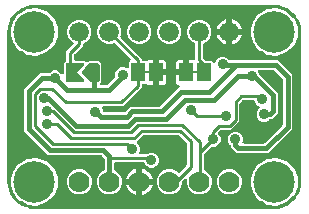
<source format=gbr>
G04 EAGLE Gerber RS-274X export*
G75*
%MOMM*%
%FSLAX34Y34*%
%LPD*%
%INBottom Copper*%
%IPPOS*%
%AMOC8*
5,1,8,0,0,1.08239X$1,22.5*%
G01*
%ADD10C,1.676400*%
%ADD11R,1.168400X1.600200*%
%ADD12R,0.635000X0.203200*%
%ADD13C,1.778000*%
%ADD14C,3.516000*%
%ADD15C,0.381000*%
%ADD16C,0.906400*%
%ADD17C,0.406400*%
%ADD18C,0.254000*%
%ADD19C,0.889000*%

G36*
X228622Y2543D02*
X228622Y2543D01*
X228700Y2545D01*
X232077Y2810D01*
X232145Y2824D01*
X232214Y2829D01*
X232370Y2869D01*
X238794Y4956D01*
X238901Y5006D01*
X239012Y5050D01*
X239063Y5083D01*
X239082Y5091D01*
X239097Y5104D01*
X239148Y5136D01*
X244612Y9107D01*
X244699Y9188D01*
X244746Y9227D01*
X244752Y9231D01*
X244753Y9233D01*
X244791Y9264D01*
X244829Y9310D01*
X244844Y9324D01*
X244855Y9342D01*
X244893Y9388D01*
X246586Y11717D01*
X246599Y11741D01*
X246616Y11761D01*
X246675Y11880D01*
X246739Y11996D01*
X246746Y12022D01*
X246758Y12046D01*
X246785Y12174D01*
X246799Y12185D01*
X246823Y12196D01*
X246925Y12280D01*
X247031Y12361D01*
X247048Y12381D01*
X247068Y12398D01*
X247171Y12522D01*
X248864Y14852D01*
X248921Y14956D01*
X248985Y15056D01*
X249007Y15113D01*
X249017Y15131D01*
X249022Y15151D01*
X249044Y15206D01*
X251131Y21630D01*
X251144Y21698D01*
X251167Y21764D01*
X251190Y21923D01*
X251455Y25300D01*
X251455Y25304D01*
X251456Y25307D01*
X251455Y25326D01*
X251459Y25400D01*
X251459Y152400D01*
X251457Y152422D01*
X251455Y152500D01*
X251190Y155877D01*
X251176Y155945D01*
X251171Y156014D01*
X251131Y156170D01*
X249044Y162594D01*
X248993Y162701D01*
X248950Y162812D01*
X248917Y162863D01*
X248909Y162882D01*
X248896Y162897D01*
X248864Y162948D01*
X247171Y165277D01*
X247153Y165297D01*
X247139Y165320D01*
X247044Y165413D01*
X246953Y165509D01*
X246931Y165524D01*
X246912Y165542D01*
X246798Y165608D01*
X246792Y165624D01*
X246789Y165651D01*
X246740Y165775D01*
X246697Y165900D01*
X246682Y165922D01*
X246672Y165947D01*
X246586Y166083D01*
X244893Y168413D01*
X244812Y168499D01*
X244736Y168591D01*
X244690Y168629D01*
X244676Y168644D01*
X244658Y168655D01*
X244612Y168693D01*
X239148Y172664D01*
X239044Y172721D01*
X238944Y172785D01*
X238887Y172807D01*
X238869Y172817D01*
X238849Y172822D01*
X238794Y172844D01*
X232370Y174931D01*
X232302Y174944D01*
X232236Y174967D01*
X232077Y174990D01*
X228700Y175255D01*
X228678Y175254D01*
X228600Y175259D01*
X25400Y175259D01*
X25378Y175257D01*
X25300Y175255D01*
X21923Y174990D01*
X21855Y174976D01*
X21786Y174971D01*
X21630Y174931D01*
X18892Y174041D01*
X18867Y174030D01*
X18842Y174024D01*
X18724Y173963D01*
X18604Y173906D01*
X18583Y173889D01*
X18560Y173877D01*
X18462Y173789D01*
X18445Y173788D01*
X18418Y173793D01*
X18286Y173785D01*
X18153Y173783D01*
X18127Y173775D01*
X18101Y173774D01*
X17945Y173734D01*
X15206Y172844D01*
X15099Y172794D01*
X14988Y172750D01*
X14937Y172717D01*
X14918Y172709D01*
X14903Y172696D01*
X14852Y172664D01*
X9388Y168693D01*
X9301Y168612D01*
X9209Y168536D01*
X9171Y168490D01*
X9156Y168476D01*
X9145Y168458D01*
X9107Y168412D01*
X5136Y162948D01*
X5079Y162844D01*
X5015Y162744D01*
X4993Y162687D01*
X4983Y162669D01*
X4978Y162649D01*
X4956Y162594D01*
X2869Y156170D01*
X2856Y156102D01*
X2833Y156036D01*
X2810Y155877D01*
X2545Y152500D01*
X2546Y152478D01*
X2541Y152400D01*
X2541Y25400D01*
X2543Y25378D01*
X2545Y25300D01*
X2810Y21923D01*
X2824Y21855D01*
X2829Y21786D01*
X2869Y21630D01*
X4956Y15206D01*
X5006Y15099D01*
X5050Y14988D01*
X5083Y14937D01*
X5091Y14918D01*
X5104Y14903D01*
X5136Y14852D01*
X9107Y9388D01*
X9127Y9366D01*
X9138Y9348D01*
X9184Y9305D01*
X9188Y9301D01*
X9264Y9209D01*
X9310Y9171D01*
X9324Y9156D01*
X9342Y9145D01*
X9388Y9107D01*
X14852Y5136D01*
X14956Y5079D01*
X15056Y5015D01*
X15113Y4993D01*
X15131Y4983D01*
X15151Y4978D01*
X15206Y4956D01*
X17945Y4066D01*
X17971Y4061D01*
X17996Y4051D01*
X18127Y4031D01*
X18257Y4006D01*
X18284Y4008D01*
X18310Y4004D01*
X18441Y4018D01*
X18455Y4008D01*
X18474Y3989D01*
X18585Y3917D01*
X18694Y3842D01*
X18719Y3832D01*
X18742Y3818D01*
X18891Y3759D01*
X21630Y2869D01*
X21698Y2856D01*
X21764Y2833D01*
X21923Y2810D01*
X25300Y2545D01*
X25322Y2546D01*
X25400Y2541D01*
X228600Y2541D01*
X228622Y2543D01*
G37*
%LPC*%
G36*
X86778Y14731D02*
X86778Y14731D01*
X82857Y16355D01*
X79855Y19357D01*
X78231Y23278D01*
X78231Y27522D01*
X79855Y31443D01*
X82857Y34445D01*
X84052Y34940D01*
X84077Y34954D01*
X84105Y34963D01*
X84215Y35033D01*
X84328Y35097D01*
X84349Y35118D01*
X84374Y35133D01*
X84463Y35228D01*
X84556Y35318D01*
X84572Y35344D01*
X84592Y35365D01*
X84655Y35479D01*
X84723Y35589D01*
X84731Y35618D01*
X84746Y35644D01*
X84778Y35769D01*
X84816Y35893D01*
X84818Y35923D01*
X84825Y35951D01*
X84835Y36112D01*
X84835Y44781D01*
X84823Y44879D01*
X84820Y44978D01*
X84803Y45036D01*
X84795Y45096D01*
X84759Y45188D01*
X84731Y45283D01*
X84701Y45335D01*
X84678Y45392D01*
X84620Y45472D01*
X84570Y45557D01*
X84504Y45633D01*
X84492Y45649D01*
X84482Y45657D01*
X84464Y45678D01*
X84146Y45995D01*
X84146Y45996D01*
X82508Y47634D01*
X82430Y47694D01*
X82358Y47762D01*
X82305Y47791D01*
X82257Y47828D01*
X82166Y47868D01*
X82079Y47916D01*
X82021Y47931D01*
X81965Y47955D01*
X81867Y47970D01*
X81771Y47995D01*
X81671Y48001D01*
X81651Y48005D01*
X81639Y48003D01*
X81611Y48005D01*
X37012Y48005D01*
X16549Y68468D01*
X16549Y103945D01*
X30133Y117529D01*
X37333Y117529D01*
X37431Y117541D01*
X37530Y117544D01*
X37589Y117561D01*
X37649Y117569D01*
X37741Y117605D01*
X37836Y117633D01*
X37888Y117663D01*
X37944Y117686D01*
X38024Y117744D01*
X38110Y117794D01*
X38185Y117860D01*
X38202Y117872D01*
X38210Y117882D01*
X38231Y117900D01*
X39144Y118814D01*
X41464Y119775D01*
X43974Y119775D01*
X46294Y118814D01*
X48125Y116983D01*
X48234Y116898D01*
X48341Y116809D01*
X48360Y116801D01*
X48376Y116788D01*
X48504Y116733D01*
X48629Y116674D01*
X48649Y116670D01*
X48668Y116662D01*
X48806Y116640D01*
X48942Y116614D01*
X48962Y116615D01*
X48982Y116612D01*
X49121Y116625D01*
X49259Y116634D01*
X49278Y116640D01*
X49298Y116642D01*
X49430Y116689D01*
X49561Y116732D01*
X49579Y116743D01*
X49598Y116749D01*
X49713Y116828D01*
X49830Y116902D01*
X49844Y116917D01*
X49861Y116928D01*
X49953Y117032D01*
X50048Y117134D01*
X50058Y117151D01*
X50071Y117166D01*
X50135Y117291D01*
X50202Y117412D01*
X50207Y117432D01*
X50216Y117450D01*
X50246Y117586D01*
X50281Y117720D01*
X50283Y117748D01*
X50286Y117760D01*
X50285Y117781D01*
X50291Y117881D01*
X50291Y125687D01*
X50305Y125740D01*
X50311Y125840D01*
X50315Y125860D01*
X50313Y125873D01*
X50315Y125901D01*
X50315Y126134D01*
X52206Y128024D01*
X52266Y128102D01*
X52334Y128174D01*
X52363Y128227D01*
X52400Y128275D01*
X52440Y128366D01*
X52488Y128453D01*
X52503Y128511D01*
X52527Y128567D01*
X52542Y128665D01*
X52567Y128761D01*
X52573Y128861D01*
X52577Y128881D01*
X52575Y128893D01*
X52577Y128921D01*
X52577Y135988D01*
X58262Y141672D01*
X58292Y141712D01*
X58329Y141745D01*
X58389Y141837D01*
X58457Y141924D01*
X58476Y141969D01*
X58504Y142011D01*
X58539Y142115D01*
X58583Y142215D01*
X58591Y142265D01*
X58607Y142312D01*
X58615Y142421D01*
X58633Y142530D01*
X58628Y142579D01*
X58632Y142629D01*
X58613Y142737D01*
X58603Y142846D01*
X58586Y142893D01*
X58578Y142942D01*
X58532Y143042D01*
X58495Y143145D01*
X58467Y143186D01*
X58447Y143232D01*
X58378Y143318D01*
X58317Y143409D01*
X58279Y143441D01*
X58248Y143480D01*
X58161Y143546D01*
X58078Y143619D01*
X58034Y143642D01*
X57994Y143672D01*
X57850Y143742D01*
X57744Y143786D01*
X54886Y146644D01*
X53339Y150379D01*
X53339Y154421D01*
X54886Y158156D01*
X57744Y161014D01*
X61479Y162561D01*
X65521Y162561D01*
X69256Y161014D01*
X72114Y158156D01*
X73661Y154421D01*
X73661Y150379D01*
X72114Y146644D01*
X69256Y143786D01*
X67586Y143095D01*
X67561Y143080D01*
X67533Y143071D01*
X67423Y143001D01*
X67310Y142937D01*
X67289Y142917D01*
X67264Y142901D01*
X67175Y142806D01*
X67082Y142716D01*
X67066Y142691D01*
X67046Y142669D01*
X66983Y142555D01*
X66915Y142445D01*
X66907Y142417D01*
X66892Y142391D01*
X66860Y142265D01*
X66822Y142141D01*
X66820Y142111D01*
X66813Y142083D01*
X66803Y141922D01*
X66803Y140872D01*
X59554Y133624D01*
X59494Y133545D01*
X59426Y133473D01*
X59397Y133420D01*
X59360Y133372D01*
X59320Y133281D01*
X59272Y133195D01*
X59257Y133136D01*
X59233Y133081D01*
X59218Y132983D01*
X59193Y132887D01*
X59187Y132787D01*
X59183Y132766D01*
X59185Y132754D01*
X59183Y132726D01*
X59183Y129040D01*
X59198Y128921D01*
X59205Y128803D01*
X59218Y128765D01*
X59223Y128724D01*
X59266Y128614D01*
X59303Y128501D01*
X59325Y128466D01*
X59340Y128429D01*
X59409Y128333D01*
X59473Y128232D01*
X59503Y128204D01*
X59526Y128171D01*
X59618Y128095D01*
X59705Y128014D01*
X59740Y127994D01*
X59771Y127969D01*
X59879Y127918D01*
X59983Y127860D01*
X60023Y127850D01*
X60059Y127833D01*
X60176Y127811D01*
X60291Y127781D01*
X60351Y127777D01*
X60371Y127773D01*
X60392Y127775D01*
X60452Y127771D01*
X66772Y127771D01*
X66779Y127772D01*
X66796Y127771D01*
X67946Y127793D01*
X68759Y126979D01*
X68765Y126975D01*
X68776Y126963D01*
X68904Y126839D01*
X68990Y126775D01*
X69071Y126704D01*
X69117Y126680D01*
X69159Y126649D01*
X69258Y126608D01*
X69354Y126559D01*
X69405Y126548D01*
X69454Y126528D01*
X69560Y126513D01*
X69664Y126490D01*
X69717Y126491D01*
X69769Y126484D01*
X69875Y126496D01*
X69982Y126499D01*
X70032Y126514D01*
X70085Y126520D01*
X70185Y126558D01*
X70288Y126588D01*
X70333Y126614D01*
X70382Y126633D01*
X70469Y126695D01*
X70562Y126749D01*
X70624Y126804D01*
X70641Y126817D01*
X70652Y126829D01*
X70682Y126856D01*
X70725Y126898D01*
X70733Y126909D01*
X70758Y126933D01*
X71535Y127771D01*
X72678Y127771D01*
X72693Y127773D01*
X72726Y127772D01*
X74011Y127820D01*
X74041Y127809D01*
X74116Y127800D01*
X74188Y127781D01*
X74349Y127771D01*
X80128Y127771D01*
X81765Y126134D01*
X81765Y125901D01*
X81777Y125802D01*
X81780Y125703D01*
X81789Y125674D01*
X81789Y110533D01*
X81775Y110480D01*
X81769Y110380D01*
X81765Y110360D01*
X81767Y110347D01*
X81765Y110319D01*
X81765Y110086D01*
X81214Y109535D01*
X81129Y109426D01*
X81040Y109319D01*
X81031Y109300D01*
X81019Y109284D01*
X80964Y109156D01*
X80904Y109031D01*
X80901Y109011D01*
X80893Y108992D01*
X80871Y108854D01*
X80845Y108718D01*
X80846Y108698D01*
X80843Y108678D01*
X80856Y108539D01*
X80864Y108401D01*
X80871Y108382D01*
X80872Y108362D01*
X80920Y108230D01*
X80962Y108099D01*
X80973Y108081D01*
X80980Y108062D01*
X81058Y107947D01*
X81133Y107830D01*
X81147Y107816D01*
X81159Y107799D01*
X81263Y107707D01*
X81364Y107612D01*
X81382Y107602D01*
X81397Y107589D01*
X81521Y107526D01*
X81643Y107458D01*
X81662Y107453D01*
X81680Y107444D01*
X81816Y107414D01*
X81951Y107379D01*
X81979Y107377D01*
X81991Y107374D01*
X82011Y107375D01*
X82111Y107369D01*
X86490Y107369D01*
X86588Y107381D01*
X86687Y107384D01*
X86745Y107401D01*
X86805Y107409D01*
X86897Y107445D01*
X86992Y107473D01*
X87044Y107503D01*
X87101Y107526D01*
X87181Y107584D01*
X87266Y107634D01*
X87342Y107700D01*
X87358Y107712D01*
X87366Y107722D01*
X87387Y107740D01*
X93648Y114001D01*
X93708Y114079D01*
X93776Y114151D01*
X93805Y114204D01*
X93842Y114252D01*
X93882Y114343D01*
X93930Y114430D01*
X93945Y114488D01*
X93969Y114544D01*
X93984Y114642D01*
X94009Y114738D01*
X94015Y114838D01*
X94019Y114858D01*
X94017Y114870D01*
X94019Y114898D01*
X94019Y117460D01*
X94980Y119780D01*
X96755Y121555D01*
X99075Y122516D01*
X101585Y122516D01*
X103654Y121659D01*
X103702Y121646D01*
X103747Y121624D01*
X103855Y121604D01*
X103961Y121575D01*
X104011Y121574D01*
X104060Y121565D01*
X104169Y121571D01*
X104279Y121570D01*
X104327Y121581D01*
X104377Y121584D01*
X104481Y121618D01*
X104588Y121644D01*
X104632Y121667D01*
X104679Y121682D01*
X104772Y121741D01*
X104869Y121793D01*
X104906Y121826D01*
X104948Y121853D01*
X105023Y121933D01*
X105105Y122007D01*
X105132Y122048D01*
X105166Y122084D01*
X105219Y122180D01*
X105279Y122272D01*
X105296Y122319D01*
X105320Y122363D01*
X105347Y122469D01*
X105383Y122573D01*
X105387Y122623D01*
X105399Y122671D01*
X105409Y122831D01*
X105409Y126848D01*
X106698Y128136D01*
X106771Y128231D01*
X106850Y128320D01*
X106868Y128356D01*
X106893Y128388D01*
X106940Y128497D01*
X106994Y128603D01*
X107003Y128642D01*
X107019Y128679D01*
X107038Y128797D01*
X107064Y128913D01*
X107063Y128954D01*
X107069Y128994D01*
X107058Y129112D01*
X107054Y129231D01*
X107043Y129270D01*
X107039Y129310D01*
X106999Y129422D01*
X106966Y129537D01*
X106945Y129571D01*
X106932Y129609D01*
X106865Y129708D01*
X106804Y129811D01*
X106764Y129856D01*
X106753Y129873D01*
X106738Y129886D01*
X106698Y129931D01*
X93974Y142656D01*
X93950Y142674D01*
X93931Y142696D01*
X93825Y142771D01*
X93722Y142851D01*
X93695Y142862D01*
X93671Y142879D01*
X93550Y142925D01*
X93431Y142977D01*
X93401Y142982D01*
X93374Y142992D01*
X93245Y143006D01*
X93116Y143027D01*
X93087Y143024D01*
X93058Y143027D01*
X92929Y143009D01*
X92800Y142997D01*
X92772Y142987D01*
X92743Y142983D01*
X92590Y142931D01*
X90921Y142239D01*
X86879Y142239D01*
X83144Y143786D01*
X80286Y146644D01*
X78739Y150379D01*
X78739Y154421D01*
X80286Y158156D01*
X83144Y161014D01*
X86879Y162561D01*
X90921Y162561D01*
X94656Y161014D01*
X97514Y158156D01*
X99061Y154421D01*
X99061Y150379D01*
X98369Y148710D01*
X98361Y148681D01*
X98348Y148655D01*
X98320Y148528D01*
X98285Y148403D01*
X98285Y148373D01*
X98278Y148345D01*
X98282Y148215D01*
X98280Y148085D01*
X98287Y148056D01*
X98288Y148027D01*
X98324Y147902D01*
X98354Y147776D01*
X98368Y147749D01*
X98376Y147721D01*
X98442Y147609D01*
X98503Y147494D01*
X98523Y147473D01*
X98538Y147447D01*
X98644Y147326D01*
X116333Y129638D01*
X116333Y129159D01*
X116348Y129041D01*
X116355Y128922D01*
X116368Y128884D01*
X116373Y128843D01*
X116416Y128733D01*
X116453Y128620D01*
X116475Y128585D01*
X116490Y128548D01*
X116559Y128452D01*
X116623Y128351D01*
X116653Y128323D01*
X116676Y128290D01*
X116768Y128214D01*
X116855Y128133D01*
X116890Y128113D01*
X116921Y128088D01*
X117029Y128037D01*
X117133Y127979D01*
X117173Y127969D01*
X117209Y127952D01*
X117326Y127930D01*
X117441Y127900D01*
X117501Y127896D01*
X117521Y127892D01*
X117542Y127894D01*
X117602Y127890D01*
X120088Y127890D01*
X120186Y127902D01*
X120190Y127902D01*
X120273Y127904D01*
X120276Y127905D01*
X120285Y127905D01*
X120343Y127922D01*
X120403Y127930D01*
X120494Y127965D01*
X120579Y127989D01*
X120585Y127992D01*
X120591Y127994D01*
X120604Y128001D01*
X120679Y128039D01*
X120699Y128047D01*
X120708Y128053D01*
X120723Y128061D01*
X121447Y128479D01*
X122094Y128652D01*
X125731Y128652D01*
X125731Y119380D01*
X125746Y119262D01*
X125753Y119143D01*
X125766Y119105D01*
X125771Y119065D01*
X125814Y118954D01*
X125851Y118841D01*
X125873Y118806D01*
X125888Y118769D01*
X125958Y118673D01*
X126021Y118572D01*
X126051Y118544D01*
X126075Y118512D01*
X126166Y118436D01*
X126253Y118354D01*
X126288Y118335D01*
X126319Y118309D01*
X126427Y118258D01*
X126531Y118201D01*
X126571Y118190D01*
X126607Y118173D01*
X126724Y118151D01*
X126839Y118121D01*
X126900Y118117D01*
X126920Y118113D01*
X126940Y118115D01*
X127000Y118111D01*
X128271Y118111D01*
X128271Y118109D01*
X127000Y118109D01*
X126882Y118094D01*
X126763Y118087D01*
X126725Y118074D01*
X126685Y118069D01*
X126574Y118025D01*
X126461Y117989D01*
X126426Y117967D01*
X126389Y117952D01*
X126293Y117882D01*
X126192Y117819D01*
X126164Y117789D01*
X126131Y117765D01*
X126056Y117674D01*
X125974Y117587D01*
X125954Y117552D01*
X125929Y117520D01*
X125878Y117413D01*
X125820Y117309D01*
X125810Y117269D01*
X125793Y117233D01*
X125771Y117116D01*
X125741Y117001D01*
X125737Y116940D01*
X125733Y116920D01*
X125735Y116900D01*
X125731Y116840D01*
X125731Y107568D01*
X122094Y107568D01*
X121447Y107741D01*
X120735Y108152D01*
X120734Y108153D01*
X120732Y108154D01*
X120723Y108159D01*
X120641Y108194D01*
X120556Y108241D01*
X120498Y108256D01*
X120442Y108280D01*
X120434Y108281D01*
X120430Y108283D01*
X120344Y108296D01*
X120249Y108320D01*
X120149Y108326D01*
X120128Y108330D01*
X120119Y108329D01*
X120115Y108329D01*
X120111Y108329D01*
X120088Y108330D01*
X117602Y108330D01*
X117484Y108315D01*
X117365Y108308D01*
X117327Y108295D01*
X117286Y108290D01*
X117176Y108247D01*
X117063Y108210D01*
X117028Y108188D01*
X116991Y108173D01*
X116895Y108104D01*
X116794Y108040D01*
X116766Y108010D01*
X116733Y107987D01*
X116657Y107895D01*
X116576Y107808D01*
X116556Y107773D01*
X116531Y107742D01*
X116480Y107634D01*
X116422Y107530D01*
X116412Y107490D01*
X116395Y107454D01*
X116373Y107337D01*
X116343Y107222D01*
X116339Y107162D01*
X116335Y107142D01*
X116337Y107121D01*
X116333Y107061D01*
X116333Y105312D01*
X100428Y89407D01*
X83910Y89407D01*
X83860Y89401D01*
X83811Y89403D01*
X83703Y89381D01*
X83594Y89367D01*
X83548Y89349D01*
X83499Y89339D01*
X83400Y89291D01*
X83299Y89250D01*
X83258Y89221D01*
X83214Y89199D01*
X83130Y89128D01*
X83041Y89064D01*
X83009Y89025D01*
X82972Y88993D01*
X82908Y88903D01*
X82838Y88819D01*
X82817Y88774D01*
X82789Y88733D01*
X82750Y88630D01*
X82703Y88531D01*
X82694Y88482D01*
X82676Y88436D01*
X82664Y88326D01*
X82643Y88219D01*
X82646Y88169D01*
X82641Y88120D01*
X82656Y88011D01*
X82663Y87901D01*
X82678Y87854D01*
X82685Y87805D01*
X82737Y87652D01*
X83426Y85990D01*
X83426Y85719D01*
X83441Y85601D01*
X83448Y85482D01*
X83460Y85444D01*
X83465Y85404D01*
X83509Y85293D01*
X83546Y85180D01*
X83568Y85145D01*
X83582Y85108D01*
X83652Y85012D01*
X83716Y84911D01*
X83746Y84883D01*
X83769Y84850D01*
X83861Y84775D01*
X83948Y84693D01*
X83983Y84673D01*
X84014Y84648D01*
X84122Y84597D01*
X84226Y84539D01*
X84265Y84529D01*
X84302Y84512D01*
X84419Y84490D01*
X84534Y84460D01*
X84594Y84456D01*
X84614Y84452D01*
X84635Y84454D01*
X84695Y84450D01*
X101381Y84450D01*
X101479Y84462D01*
X101578Y84465D01*
X101637Y84482D01*
X101697Y84490D01*
X101789Y84526D01*
X101884Y84554D01*
X101936Y84584D01*
X101992Y84607D01*
X102072Y84665D01*
X102158Y84715D01*
X102233Y84782D01*
X102250Y84794D01*
X102257Y84803D01*
X102279Y84822D01*
X106525Y89068D01*
X131097Y89068D01*
X131195Y89080D01*
X131294Y89083D01*
X131352Y89100D01*
X131412Y89108D01*
X131504Y89144D01*
X131599Y89172D01*
X131651Y89202D01*
X131708Y89225D01*
X131788Y89283D01*
X131873Y89333D01*
X131949Y89399D01*
X131965Y89411D01*
X131973Y89421D01*
X131994Y89439D01*
X148013Y105458D01*
X148094Y105563D01*
X148179Y105664D01*
X148191Y105688D01*
X148208Y105709D01*
X148260Y105831D01*
X148318Y105950D01*
X148323Y105977D01*
X148334Y106001D01*
X148355Y106132D01*
X148381Y106262D01*
X148380Y106289D01*
X148384Y106315D01*
X148371Y106447D01*
X148365Y106579D01*
X148357Y106605D01*
X148354Y106632D01*
X148309Y106757D01*
X148270Y106883D01*
X148256Y106906D01*
X148246Y106931D01*
X148172Y107041D01*
X148102Y107153D01*
X148083Y107172D01*
X148068Y107194D01*
X147969Y107282D01*
X147873Y107374D01*
X147850Y107387D01*
X147829Y107405D01*
X147711Y107465D01*
X147596Y107530D01*
X147560Y107542D01*
X147546Y107549D01*
X147525Y107554D01*
X147444Y107582D01*
X146847Y107741D01*
X146268Y108076D01*
X145795Y108549D01*
X145460Y109128D01*
X145287Y109775D01*
X145287Y115571D01*
X152400Y115571D01*
X152518Y115586D01*
X152637Y115593D01*
X152675Y115606D01*
X152715Y115611D01*
X152826Y115654D01*
X152939Y115691D01*
X152974Y115713D01*
X153011Y115728D01*
X153107Y115798D01*
X153208Y115861D01*
X153236Y115891D01*
X153268Y115915D01*
X153344Y116006D01*
X153426Y116093D01*
X153445Y116128D01*
X153471Y116159D01*
X153522Y116267D01*
X153579Y116371D01*
X153590Y116411D01*
X153607Y116447D01*
X153629Y116564D01*
X153659Y116679D01*
X153663Y116740D01*
X153667Y116760D01*
X153665Y116780D01*
X153669Y116840D01*
X153669Y118111D01*
X154940Y118111D01*
X155058Y118126D01*
X155177Y118133D01*
X155215Y118146D01*
X155255Y118151D01*
X155366Y118195D01*
X155479Y118231D01*
X155514Y118253D01*
X155551Y118268D01*
X155647Y118338D01*
X155748Y118401D01*
X155776Y118431D01*
X155808Y118455D01*
X155884Y118546D01*
X155966Y118633D01*
X155985Y118668D01*
X156011Y118700D01*
X156062Y118807D01*
X156119Y118911D01*
X156130Y118951D01*
X156147Y118987D01*
X156169Y119104D01*
X156199Y119219D01*
X156203Y119280D01*
X156207Y119300D01*
X156205Y119320D01*
X156209Y119380D01*
X156209Y128652D01*
X159846Y128652D01*
X160199Y128557D01*
X160324Y128540D01*
X160448Y128516D01*
X160481Y128519D01*
X160515Y128514D01*
X160640Y128528D01*
X160765Y128536D01*
X160797Y128547D01*
X160830Y128550D01*
X160948Y128595D01*
X161067Y128634D01*
X161096Y128652D01*
X161127Y128664D01*
X161230Y128737D01*
X161336Y128804D01*
X161359Y128829D01*
X161387Y128848D01*
X161468Y128944D01*
X161554Y129036D01*
X161570Y129066D01*
X161592Y129091D01*
X161647Y129204D01*
X161708Y129315D01*
X161716Y129347D01*
X161731Y129378D01*
X161756Y129501D01*
X161787Y129622D01*
X161790Y129671D01*
X161794Y129689D01*
X161793Y129711D01*
X161797Y129783D01*
X161797Y141922D01*
X161794Y141951D01*
X161796Y141981D01*
X161774Y142109D01*
X161757Y142238D01*
X161747Y142265D01*
X161742Y142294D01*
X161688Y142413D01*
X161640Y142533D01*
X161623Y142557D01*
X161611Y142584D01*
X161530Y142685D01*
X161454Y142791D01*
X161431Y142809D01*
X161412Y142833D01*
X161309Y142911D01*
X161209Y142993D01*
X161182Y143006D01*
X161158Y143024D01*
X161014Y143095D01*
X159344Y143786D01*
X156486Y146644D01*
X154939Y150379D01*
X154939Y154421D01*
X156486Y158156D01*
X159344Y161014D01*
X163079Y162561D01*
X167121Y162561D01*
X170856Y161014D01*
X173714Y158156D01*
X175261Y154421D01*
X175261Y150379D01*
X173714Y146644D01*
X170856Y143786D01*
X169186Y143095D01*
X169161Y143080D01*
X169133Y143071D01*
X169023Y143001D01*
X168910Y142937D01*
X168889Y142917D01*
X168864Y142901D01*
X168775Y142806D01*
X168682Y142716D01*
X168666Y142691D01*
X168646Y142669D01*
X168583Y142555D01*
X168515Y142445D01*
X168507Y142417D01*
X168492Y142391D01*
X168460Y142265D01*
X168422Y142141D01*
X168420Y142111D01*
X168413Y142083D01*
X168403Y141922D01*
X168403Y130164D01*
X168415Y130066D01*
X168418Y129967D01*
X168435Y129908D01*
X168443Y129848D01*
X168479Y129756D01*
X168507Y129661D01*
X168537Y129609D01*
X168560Y129553D01*
X168618Y129473D01*
X168668Y129387D01*
X168734Y129312D01*
X168746Y129295D01*
X168756Y129287D01*
X168774Y129266D01*
X169779Y128261D01*
X169858Y128201D01*
X169930Y128133D01*
X169983Y128104D01*
X170031Y128067D01*
X170122Y128027D01*
X170208Y127979D01*
X170267Y127964D01*
X170322Y127940D01*
X170420Y127925D01*
X170516Y127900D01*
X170616Y127894D01*
X170637Y127890D01*
X170649Y127892D01*
X170677Y127890D01*
X175489Y127890D01*
X176708Y126671D01*
X176747Y126640D01*
X176780Y126604D01*
X176872Y126543D01*
X176959Y126476D01*
X177004Y126456D01*
X177046Y126429D01*
X177150Y126393D01*
X177251Y126350D01*
X177300Y126342D01*
X177347Y126326D01*
X177456Y126317D01*
X177565Y126300D01*
X177614Y126304D01*
X177664Y126301D01*
X177772Y126319D01*
X177881Y126330D01*
X177928Y126346D01*
X177977Y126355D01*
X178077Y126400D01*
X178181Y126437D01*
X178222Y126465D01*
X178267Y126486D01*
X178353Y126554D01*
X178444Y126616D01*
X178477Y126653D01*
X178515Y126684D01*
X178582Y126772D01*
X178654Y126854D01*
X178677Y126899D01*
X178707Y126938D01*
X178778Y127083D01*
X179435Y128670D01*
X181210Y130445D01*
X183530Y131406D01*
X186040Y131406D01*
X188360Y130445D01*
X190211Y128593D01*
X190290Y128533D01*
X190362Y128465D01*
X190415Y128436D01*
X190463Y128399D01*
X190554Y128359D01*
X190640Y128311D01*
X190699Y128296D01*
X190754Y128272D01*
X190852Y128257D01*
X190948Y128232D01*
X191048Y128226D01*
X191068Y128222D01*
X191081Y128224D01*
X191109Y128222D01*
X231462Y128222D01*
X243801Y115883D01*
X243801Y70045D01*
X223509Y49753D01*
X196436Y49753D01*
X191515Y54674D01*
X191515Y56052D01*
X191503Y56150D01*
X191500Y56249D01*
X191483Y56308D01*
X191475Y56368D01*
X191439Y56460D01*
X191411Y56555D01*
X191381Y56607D01*
X191358Y56663D01*
X191300Y56743D01*
X191250Y56829D01*
X191184Y56904D01*
X191172Y56921D01*
X191162Y56929D01*
X191144Y56950D01*
X190230Y57863D01*
X189269Y60183D01*
X189269Y62693D01*
X190230Y65013D01*
X192005Y66788D01*
X194325Y67749D01*
X196835Y67749D01*
X199155Y66788D01*
X200930Y65013D01*
X201891Y62693D01*
X201891Y60183D01*
X201665Y59638D01*
X201652Y59590D01*
X201631Y59545D01*
X201610Y59437D01*
X201581Y59331D01*
X201580Y59281D01*
X201571Y59232D01*
X201578Y59123D01*
X201576Y59013D01*
X201588Y58965D01*
X201591Y58915D01*
X201624Y58811D01*
X201650Y58704D01*
X201673Y58660D01*
X201689Y58613D01*
X201747Y58520D01*
X201799Y58423D01*
X201832Y58386D01*
X201859Y58344D01*
X201939Y58269D01*
X202013Y58187D01*
X202054Y58160D01*
X202090Y58126D01*
X202187Y58073D01*
X202278Y58013D01*
X202326Y57996D01*
X202369Y57972D01*
X202475Y57945D01*
X202579Y57909D01*
X202629Y57905D01*
X202677Y57893D01*
X202838Y57883D01*
X219616Y57883D01*
X219714Y57895D01*
X219813Y57898D01*
X219871Y57915D01*
X219931Y57923D01*
X220024Y57959D01*
X220119Y57987D01*
X220171Y58017D01*
X220227Y58040D01*
X220307Y58098D01*
X220393Y58148D01*
X220468Y58214D01*
X220485Y58226D01*
X220492Y58236D01*
X220513Y58254D01*
X235300Y73041D01*
X235360Y73119D01*
X235428Y73191D01*
X235457Y73244D01*
X235494Y73292D01*
X235534Y73383D01*
X235582Y73469D01*
X235597Y73528D01*
X235621Y73584D01*
X235636Y73682D01*
X235661Y73777D01*
X235667Y73877D01*
X235671Y73898D01*
X235669Y73910D01*
X235671Y73938D01*
X235671Y111990D01*
X235659Y112088D01*
X235656Y112187D01*
X235639Y112245D01*
X235631Y112305D01*
X235595Y112398D01*
X235567Y112493D01*
X235537Y112545D01*
X235514Y112601D01*
X235456Y112681D01*
X235406Y112767D01*
X235340Y112842D01*
X235328Y112859D01*
X235318Y112866D01*
X235300Y112887D01*
X228466Y119721D01*
X228388Y119781D01*
X228316Y119849D01*
X228263Y119878D01*
X228215Y119915D01*
X228124Y119955D01*
X228038Y120003D01*
X227979Y120018D01*
X227923Y120042D01*
X227825Y120057D01*
X227730Y120082D01*
X227630Y120088D01*
X227609Y120092D01*
X227597Y120090D01*
X227569Y120092D01*
X215948Y120092D01*
X215899Y120086D01*
X215849Y120088D01*
X215741Y120066D01*
X215632Y120052D01*
X215586Y120034D01*
X215538Y120024D01*
X215439Y119976D01*
X215337Y119935D01*
X215297Y119906D01*
X215252Y119884D01*
X215168Y119813D01*
X215079Y119749D01*
X215048Y119710D01*
X215010Y119678D01*
X214947Y119588D01*
X214877Y119504D01*
X214855Y119459D01*
X214827Y119418D01*
X214788Y119315D01*
X214741Y119216D01*
X214732Y119167D01*
X214714Y119121D01*
X214702Y119011D01*
X214681Y118904D01*
X214684Y118854D01*
X214679Y118805D01*
X214694Y118696D01*
X214701Y118586D01*
X214716Y118539D01*
X214723Y118490D01*
X214775Y118337D01*
X215368Y116908D01*
X215372Y116899D01*
X215375Y116890D01*
X215451Y116761D01*
X215525Y116631D01*
X215532Y116625D01*
X215536Y116616D01*
X215643Y116496D01*
X215773Y116365D01*
X231395Y100744D01*
X231395Y83406D01*
X226474Y78485D01*
X224973Y78485D01*
X224875Y78473D01*
X224775Y78470D01*
X224717Y78453D01*
X224657Y78445D01*
X224565Y78409D01*
X224470Y78381D01*
X224418Y78351D01*
X224361Y78328D01*
X224281Y78270D01*
X224196Y78220D01*
X224121Y78154D01*
X224104Y78142D01*
X224096Y78132D01*
X224075Y78114D01*
X223235Y77274D01*
X220948Y76326D01*
X218472Y76326D01*
X216185Y77274D01*
X214434Y79025D01*
X213486Y81312D01*
X213486Y83788D01*
X214434Y86075D01*
X215921Y87563D01*
X215952Y87602D01*
X215989Y87636D01*
X216049Y87727D01*
X216116Y87814D01*
X216136Y87860D01*
X216163Y87901D01*
X216199Y88005D01*
X216243Y88106D01*
X216250Y88155D01*
X216267Y88202D01*
X216275Y88311D01*
X216292Y88420D01*
X216288Y88470D01*
X216292Y88519D01*
X216273Y88627D01*
X216263Y88737D01*
X216246Y88784D01*
X216237Y88833D01*
X216192Y88933D01*
X216155Y89036D01*
X216127Y89077D01*
X216107Y89123D01*
X216038Y89208D01*
X215976Y89299D01*
X215939Y89332D01*
X215908Y89371D01*
X215820Y89437D01*
X215738Y89510D01*
X215694Y89532D01*
X215654Y89562D01*
X215510Y89633D01*
X214865Y89900D01*
X213090Y91675D01*
X212250Y93704D01*
X212235Y93729D01*
X212226Y93757D01*
X212157Y93867D01*
X212092Y93980D01*
X212072Y94001D01*
X212056Y94026D01*
X211961Y94115D01*
X211871Y94208D01*
X211846Y94224D01*
X211824Y94244D01*
X211710Y94307D01*
X211600Y94375D01*
X211572Y94383D01*
X211546Y94398D01*
X211420Y94430D01*
X211296Y94468D01*
X211266Y94470D01*
X211238Y94477D01*
X211077Y94487D01*
X202110Y94487D01*
X202012Y94475D01*
X201913Y94472D01*
X201854Y94455D01*
X201794Y94447D01*
X201702Y94411D01*
X201607Y94383D01*
X201555Y94353D01*
X201499Y94330D01*
X201419Y94272D01*
X201333Y94222D01*
X201258Y94156D01*
X201241Y94144D01*
X201233Y94134D01*
X201212Y94116D01*
X199445Y92349D01*
X199385Y92270D01*
X199317Y92198D01*
X199288Y92145D01*
X199251Y92097D01*
X199211Y92006D01*
X199163Y91920D01*
X199148Y91861D01*
X199124Y91806D01*
X199109Y91708D01*
X199084Y91612D01*
X199078Y91512D01*
X199074Y91491D01*
X199076Y91479D01*
X199074Y91451D01*
X199074Y76737D01*
X192059Y69722D01*
X183695Y69722D01*
X183597Y69710D01*
X183498Y69707D01*
X183439Y69690D01*
X183379Y69682D01*
X183287Y69646D01*
X183192Y69618D01*
X183140Y69588D01*
X183084Y69565D01*
X183004Y69507D01*
X182918Y69457D01*
X182843Y69391D01*
X182826Y69379D01*
X182818Y69369D01*
X182797Y69351D01*
X181241Y67794D01*
X181168Y67700D01*
X181089Y67611D01*
X181071Y67575D01*
X181046Y67543D01*
X180999Y67434D01*
X180945Y67328D01*
X180936Y67289D01*
X180920Y67251D01*
X180901Y67134D01*
X180875Y67018D01*
X180876Y66977D01*
X180870Y66937D01*
X180881Y66819D01*
X180885Y66700D01*
X180896Y66661D01*
X180900Y66621D01*
X180940Y66508D01*
X180973Y66394D01*
X180994Y66359D01*
X181008Y66321D01*
X181074Y66223D01*
X181135Y66120D01*
X181175Y66075D01*
X181186Y66058D01*
X181201Y66045D01*
X181241Y65999D01*
X182071Y65170D01*
X183032Y62850D01*
X183032Y60340D01*
X182071Y58020D01*
X180296Y56245D01*
X177976Y55284D01*
X175607Y55284D01*
X175509Y55272D01*
X175410Y55269D01*
X175351Y55252D01*
X175291Y55244D01*
X175199Y55208D01*
X175104Y55180D01*
X175052Y55150D01*
X174996Y55127D01*
X174916Y55069D01*
X174830Y55019D01*
X174755Y54953D01*
X174738Y54941D01*
X174730Y54931D01*
X174709Y54913D01*
X169092Y49296D01*
X169032Y49217D01*
X168964Y49145D01*
X168935Y49092D01*
X168898Y49044D01*
X168858Y48953D01*
X168810Y48867D01*
X168795Y48808D01*
X168771Y48753D01*
X168756Y48655D01*
X168731Y48559D01*
X168725Y48459D01*
X168721Y48438D01*
X168723Y48426D01*
X168721Y48398D01*
X168721Y36296D01*
X168724Y36267D01*
X168722Y36237D01*
X168744Y36109D01*
X168761Y35981D01*
X168771Y35953D01*
X168776Y35924D01*
X168830Y35805D01*
X168878Y35685D01*
X168895Y35661D01*
X168907Y35634D01*
X168988Y35533D01*
X169064Y35428D01*
X169087Y35409D01*
X169106Y35386D01*
X169209Y35308D01*
X169309Y35225D01*
X169336Y35212D01*
X169360Y35194D01*
X169504Y35123D01*
X171143Y34445D01*
X174145Y31443D01*
X175769Y27522D01*
X175769Y23278D01*
X174145Y19357D01*
X171143Y16355D01*
X167222Y14731D01*
X162978Y14731D01*
X159057Y16355D01*
X156055Y19357D01*
X154431Y23278D01*
X154431Y27062D01*
X154414Y27200D01*
X154401Y27339D01*
X154394Y27358D01*
X154391Y27378D01*
X154340Y27507D01*
X154293Y27638D01*
X154282Y27655D01*
X154274Y27673D01*
X154193Y27786D01*
X154115Y27901D01*
X154099Y27914D01*
X154088Y27931D01*
X153980Y28020D01*
X153876Y28112D01*
X153858Y28121D01*
X153843Y28134D01*
X153717Y28193D01*
X153593Y28256D01*
X153573Y28261D01*
X153555Y28269D01*
X153419Y28295D01*
X153283Y28326D01*
X153262Y28325D01*
X153243Y28329D01*
X153104Y28320D01*
X152965Y28316D01*
X152945Y28310D01*
X152925Y28309D01*
X152793Y28266D01*
X152659Y28228D01*
X152642Y28217D01*
X152623Y28211D01*
X152505Y28137D01*
X152385Y28066D01*
X152364Y28048D01*
X152354Y28041D01*
X152340Y28026D01*
X152265Y27960D01*
X150740Y26436D01*
X150680Y26357D01*
X150612Y26285D01*
X150583Y26232D01*
X150546Y26184D01*
X150506Y26093D01*
X150458Y26007D01*
X150443Y25948D01*
X150419Y25893D01*
X150404Y25795D01*
X150379Y25699D01*
X150373Y25599D01*
X150369Y25579D01*
X150371Y25566D01*
X150369Y25538D01*
X150369Y23278D01*
X148745Y19357D01*
X145743Y16355D01*
X141822Y14731D01*
X137578Y14731D01*
X133657Y16355D01*
X130655Y19357D01*
X129031Y23278D01*
X129031Y27522D01*
X130655Y31443D01*
X133657Y34445D01*
X137578Y36069D01*
X141822Y36069D01*
X145743Y34445D01*
X146678Y33510D01*
X146772Y33437D01*
X146861Y33358D01*
X146897Y33340D01*
X146929Y33315D01*
X147039Y33268D01*
X147145Y33213D01*
X147184Y33205D01*
X147221Y33189D01*
X147339Y33170D01*
X147455Y33144D01*
X147495Y33145D01*
X147535Y33139D01*
X147654Y33150D01*
X147773Y33153D01*
X147812Y33165D01*
X147852Y33168D01*
X147964Y33209D01*
X148078Y33242D01*
X148113Y33262D01*
X148151Y33276D01*
X148250Y33343D01*
X148352Y33403D01*
X148397Y33443D01*
X148414Y33455D01*
X148428Y33470D01*
X148473Y33510D01*
X153933Y38969D01*
X153993Y39048D01*
X154061Y39120D01*
X154090Y39173D01*
X154127Y39221D01*
X154167Y39312D01*
X154215Y39398D01*
X154230Y39457D01*
X154254Y39512D01*
X154269Y39610D01*
X154294Y39706D01*
X154300Y39806D01*
X154304Y39827D01*
X154302Y39839D01*
X154304Y39867D01*
X154304Y57785D01*
X154292Y57883D01*
X154289Y57982D01*
X154272Y58040D01*
X154264Y58101D01*
X154228Y58193D01*
X154200Y58288D01*
X154170Y58340D01*
X154147Y58396D01*
X154089Y58476D01*
X154039Y58562D01*
X153973Y58637D01*
X153961Y58654D01*
X153951Y58661D01*
X153933Y58683D01*
X147797Y64819D01*
X147718Y64879D01*
X147646Y64947D01*
X147593Y64976D01*
X147545Y65013D01*
X147454Y65053D01*
X147368Y65101D01*
X147309Y65116D01*
X147253Y65140D01*
X147155Y65155D01*
X147060Y65180D01*
X146960Y65186D01*
X146939Y65190D01*
X146927Y65188D01*
X146899Y65190D01*
X118012Y65190D01*
X117914Y65178D01*
X117815Y65175D01*
X117756Y65158D01*
X117696Y65150D01*
X117604Y65114D01*
X117509Y65086D01*
X117457Y65056D01*
X117401Y65033D01*
X117321Y64975D01*
X117235Y64925D01*
X117160Y64859D01*
X117143Y64847D01*
X117135Y64837D01*
X117114Y64819D01*
X112280Y59984D01*
X112207Y59890D01*
X112128Y59801D01*
X112110Y59765D01*
X112085Y59733D01*
X112037Y59623D01*
X111983Y59517D01*
X111975Y59478D01*
X111958Y59441D01*
X111940Y59323D01*
X111914Y59207D01*
X111915Y59167D01*
X111909Y59127D01*
X111920Y59008D01*
X111923Y58889D01*
X111935Y58850D01*
X111938Y58810D01*
X111979Y58698D01*
X112012Y58584D01*
X112032Y58549D01*
X112046Y58511D01*
X112113Y58412D01*
X112173Y58310D01*
X112213Y58265D01*
X112225Y58248D01*
X112240Y58234D01*
X112280Y58189D01*
X113808Y56661D01*
X114769Y54341D01*
X114769Y51831D01*
X114244Y50564D01*
X114231Y50516D01*
X114210Y50471D01*
X114189Y50363D01*
X114160Y50257D01*
X114159Y50207D01*
X114150Y50158D01*
X114157Y50049D01*
X114155Y49939D01*
X114167Y49891D01*
X114170Y49841D01*
X114203Y49737D01*
X114229Y49630D01*
X114252Y49586D01*
X114268Y49539D01*
X114326Y49446D01*
X114378Y49349D01*
X114411Y49312D01*
X114438Y49270D01*
X114518Y49195D01*
X114592Y49113D01*
X114633Y49086D01*
X114669Y49052D01*
X114766Y48999D01*
X114857Y48939D01*
X114904Y48922D01*
X114948Y48898D01*
X115054Y48871D01*
X115158Y48835D01*
X115208Y48831D01*
X115256Y48819D01*
X115417Y48809D01*
X120061Y48809D01*
X120160Y48821D01*
X120259Y48824D01*
X120317Y48841D01*
X120377Y48849D01*
X120469Y48885D01*
X120564Y48913D01*
X120616Y48943D01*
X120673Y48966D01*
X120753Y49024D01*
X120838Y49074D01*
X120914Y49140D01*
X120930Y49152D01*
X120936Y49160D01*
X123260Y50122D01*
X125770Y50122D01*
X128090Y49162D01*
X129865Y47386D01*
X130826Y45067D01*
X130826Y42556D01*
X129865Y40237D01*
X128090Y38462D01*
X125770Y37501D01*
X123260Y37501D01*
X120940Y38462D01*
X119165Y40237D01*
X118675Y41420D01*
X118660Y41445D01*
X118651Y41473D01*
X118582Y41583D01*
X118518Y41696D01*
X118497Y41717D01*
X118481Y41742D01*
X118387Y41831D01*
X118296Y41924D01*
X118271Y41940D01*
X118250Y41960D01*
X118136Y42023D01*
X118025Y42091D01*
X117997Y42099D01*
X117971Y42114D01*
X117845Y42146D01*
X117721Y42184D01*
X117692Y42186D01*
X117663Y42193D01*
X117502Y42203D01*
X94234Y42203D01*
X94116Y42188D01*
X93997Y42181D01*
X93959Y42168D01*
X93918Y42163D01*
X93808Y42120D01*
X93695Y42083D01*
X93660Y42061D01*
X93623Y42046D01*
X93527Y41977D01*
X93426Y41913D01*
X93398Y41883D01*
X93365Y41860D01*
X93289Y41768D01*
X93208Y41681D01*
X93188Y41646D01*
X93163Y41615D01*
X93112Y41507D01*
X93054Y41403D01*
X93044Y41363D01*
X93027Y41327D01*
X93005Y41210D01*
X92975Y41095D01*
X92971Y41035D01*
X92967Y41015D01*
X92969Y40994D01*
X92965Y40934D01*
X92965Y36112D01*
X92968Y36083D01*
X92966Y36053D01*
X92988Y35925D01*
X93005Y35797D01*
X93015Y35769D01*
X93020Y35740D01*
X93074Y35622D01*
X93122Y35501D01*
X93139Y35477D01*
X93151Y35450D01*
X93232Y35349D01*
X93308Y35244D01*
X93331Y35225D01*
X93350Y35202D01*
X93453Y35124D01*
X93553Y35041D01*
X93580Y35028D01*
X93604Y35010D01*
X93748Y34940D01*
X94943Y34445D01*
X97945Y31443D01*
X99569Y27522D01*
X99569Y23278D01*
X97945Y19357D01*
X94943Y16355D01*
X91022Y14731D01*
X86778Y14731D01*
G37*
%LPD*%
%LPC*%
G36*
X19179Y133253D02*
X19179Y133253D01*
X14530Y135937D01*
X14527Y135938D01*
X14525Y135940D01*
X14402Y136000D01*
X14301Y136068D01*
X14292Y136074D01*
X14288Y136076D01*
X14280Y136081D01*
X11929Y137439D01*
X9184Y141216D01*
X9171Y141230D01*
X9161Y141247D01*
X9055Y141368D01*
X8982Y141441D01*
X8962Y141476D01*
X8937Y141540D01*
X8850Y141676D01*
X7008Y144211D01*
X6158Y148213D01*
X6146Y148247D01*
X6141Y148282D01*
X6089Y148435D01*
X6041Y148549D01*
X6041Y148627D01*
X6035Y148679D01*
X6037Y148731D01*
X6014Y148891D01*
X5268Y152400D01*
X6014Y155909D01*
X6018Y155962D01*
X6031Y156012D01*
X6041Y156173D01*
X6041Y156251D01*
X6089Y156365D01*
X6098Y156400D01*
X6114Y156432D01*
X6158Y156587D01*
X7008Y160589D01*
X8850Y163124D01*
X8884Y163185D01*
X8925Y163240D01*
X8986Y163363D01*
X9055Y163432D01*
X9067Y163448D01*
X9082Y163460D01*
X9184Y163584D01*
X11929Y167361D01*
X14280Y168719D01*
X14349Y168771D01*
X14379Y168789D01*
X14381Y168789D01*
X14383Y168791D01*
X14385Y168791D01*
X14530Y168863D01*
X18972Y171428D01*
X18993Y171444D01*
X19017Y171455D01*
X19119Y171540D01*
X19166Y171575D01*
X19203Y171568D01*
X19229Y171569D01*
X19256Y171565D01*
X19416Y171572D01*
X27504Y172422D01*
X35466Y169835D01*
X41687Y164234D01*
X45092Y156586D01*
X45092Y148214D01*
X41687Y140566D01*
X35466Y134965D01*
X27504Y132378D01*
X19179Y133253D01*
G37*
%LPD*%
%LPC*%
G36*
X222379Y133253D02*
X222379Y133253D01*
X217730Y135937D01*
X217727Y135938D01*
X217725Y135940D01*
X217602Y136000D01*
X217501Y136067D01*
X217492Y136074D01*
X217488Y136076D01*
X217480Y136081D01*
X215129Y137439D01*
X212384Y141216D01*
X212371Y141230D01*
X212361Y141247D01*
X212255Y141368D01*
X212182Y141441D01*
X212162Y141475D01*
X212137Y141540D01*
X212050Y141676D01*
X210208Y144211D01*
X209358Y148213D01*
X209346Y148247D01*
X209341Y148282D01*
X209289Y148435D01*
X209241Y148549D01*
X209241Y148627D01*
X209235Y148679D01*
X209237Y148731D01*
X209214Y148891D01*
X208468Y152400D01*
X209214Y155909D01*
X209218Y155962D01*
X209231Y156012D01*
X209241Y156173D01*
X209241Y156251D01*
X209289Y156365D01*
X209298Y156400D01*
X209314Y156432D01*
X209358Y156587D01*
X210208Y160589D01*
X212050Y163124D01*
X212084Y163185D01*
X212125Y163240D01*
X212186Y163363D01*
X212255Y163432D01*
X212267Y163448D01*
X212282Y163460D01*
X212384Y163584D01*
X215129Y167361D01*
X217480Y168719D01*
X217549Y168771D01*
X217579Y168789D01*
X217581Y168789D01*
X217583Y168791D01*
X217585Y168791D01*
X217730Y168863D01*
X222379Y171547D01*
X230704Y172422D01*
X238666Y169835D01*
X244710Y164393D01*
X244732Y164378D01*
X244750Y164359D01*
X244862Y164287D01*
X244910Y164254D01*
X244914Y164217D01*
X244924Y164192D01*
X244929Y164166D01*
X244985Y164015D01*
X248292Y156586D01*
X248292Y148214D01*
X244887Y140566D01*
X238666Y134965D01*
X230704Y132378D01*
X222379Y133253D01*
G37*
%LPD*%
%LPC*%
G36*
X19416Y6228D02*
X19416Y6228D01*
X19390Y6227D01*
X19364Y6232D01*
X19231Y6224D01*
X19173Y6223D01*
X19147Y6250D01*
X19125Y6265D01*
X19106Y6283D01*
X18972Y6372D01*
X14530Y8937D01*
X14527Y8938D01*
X14525Y8940D01*
X14402Y9000D01*
X14301Y9068D01*
X14292Y9074D01*
X14288Y9076D01*
X14280Y9081D01*
X11929Y10439D01*
X9184Y14216D01*
X9171Y14230D01*
X9161Y14247D01*
X9055Y14368D01*
X8982Y14441D01*
X8962Y14475D01*
X8937Y14540D01*
X8850Y14676D01*
X7008Y17211D01*
X6158Y21213D01*
X6146Y21247D01*
X6141Y21282D01*
X6089Y21435D01*
X6041Y21549D01*
X6041Y21627D01*
X6035Y21679D01*
X6037Y21731D01*
X6014Y21891D01*
X5268Y25400D01*
X6014Y28909D01*
X6018Y28962D01*
X6031Y29012D01*
X6037Y29105D01*
X6039Y29114D01*
X6038Y29124D01*
X6041Y29173D01*
X6041Y29251D01*
X6089Y29365D01*
X6098Y29400D01*
X6114Y29432D01*
X6158Y29587D01*
X7008Y33589D01*
X8850Y36124D01*
X8884Y36185D01*
X8925Y36240D01*
X8986Y36363D01*
X9055Y36432D01*
X9067Y36448D01*
X9082Y36460D01*
X9184Y36584D01*
X11929Y40361D01*
X14280Y41719D01*
X14349Y41771D01*
X14379Y41789D01*
X14381Y41789D01*
X14383Y41791D01*
X14385Y41791D01*
X14530Y41863D01*
X19179Y44547D01*
X27504Y45422D01*
X35466Y42835D01*
X41687Y37234D01*
X45092Y29586D01*
X45092Y21214D01*
X41687Y13566D01*
X35466Y7965D01*
X27504Y5378D01*
X19416Y6228D01*
G37*
%LPD*%
%LPC*%
G36*
X222379Y6253D02*
X222379Y6253D01*
X217730Y8937D01*
X217727Y8938D01*
X217725Y8940D01*
X217602Y9000D01*
X217501Y9068D01*
X217492Y9074D01*
X217488Y9076D01*
X217480Y9081D01*
X215129Y10439D01*
X212384Y14216D01*
X212371Y14230D01*
X212361Y14247D01*
X212255Y14368D01*
X212182Y14441D01*
X212162Y14475D01*
X212137Y14540D01*
X212050Y14676D01*
X210208Y17211D01*
X209358Y21213D01*
X209346Y21247D01*
X209341Y21282D01*
X209289Y21435D01*
X209241Y21549D01*
X209241Y21627D01*
X209235Y21679D01*
X209237Y21731D01*
X209214Y21891D01*
X208468Y25400D01*
X209214Y28909D01*
X209218Y28962D01*
X209231Y29012D01*
X209237Y29105D01*
X209239Y29114D01*
X209238Y29124D01*
X209241Y29173D01*
X209241Y29251D01*
X209289Y29365D01*
X209298Y29400D01*
X209314Y29432D01*
X209358Y29587D01*
X210208Y33589D01*
X212050Y36124D01*
X212084Y36185D01*
X212125Y36240D01*
X212186Y36363D01*
X212255Y36432D01*
X212267Y36448D01*
X212282Y36460D01*
X212384Y36584D01*
X215129Y40361D01*
X217480Y41719D01*
X217549Y41771D01*
X217579Y41789D01*
X217581Y41789D01*
X217583Y41791D01*
X217585Y41791D01*
X217730Y41863D01*
X222379Y44547D01*
X230704Y45422D01*
X238666Y42835D01*
X244887Y37234D01*
X248292Y29586D01*
X248292Y21214D01*
X244985Y13785D01*
X244977Y13759D01*
X244964Y13736D01*
X244931Y13607D01*
X244914Y13552D01*
X244880Y13536D01*
X244860Y13519D01*
X244836Y13507D01*
X244710Y13407D01*
X238666Y7965D01*
X230704Y5378D01*
X222379Y6253D01*
G37*
%LPD*%
%LPC*%
G36*
X188378Y14731D02*
X188378Y14731D01*
X184457Y16355D01*
X181455Y19357D01*
X179831Y23278D01*
X179831Y27522D01*
X181455Y31443D01*
X184457Y34445D01*
X188378Y36069D01*
X192622Y36069D01*
X196543Y34445D01*
X199545Y31443D01*
X201169Y27522D01*
X201169Y23278D01*
X199545Y19357D01*
X196543Y16355D01*
X192622Y14731D01*
X188378Y14731D01*
G37*
%LPD*%
%LPC*%
G36*
X61378Y14731D02*
X61378Y14731D01*
X57457Y16355D01*
X54455Y19357D01*
X52831Y23278D01*
X52831Y27522D01*
X54455Y31443D01*
X57457Y34445D01*
X61378Y36069D01*
X65622Y36069D01*
X69543Y34445D01*
X72545Y31443D01*
X74169Y27522D01*
X74169Y23278D01*
X72545Y19357D01*
X69543Y16355D01*
X65622Y14731D01*
X61378Y14731D01*
G37*
%LPD*%
%LPC*%
G36*
X137679Y142239D02*
X137679Y142239D01*
X133944Y143786D01*
X131086Y146644D01*
X129539Y150379D01*
X129539Y154421D01*
X131086Y158156D01*
X133944Y161014D01*
X137679Y162561D01*
X141721Y162561D01*
X145456Y161014D01*
X148314Y158156D01*
X149861Y154421D01*
X149861Y150379D01*
X148314Y146644D01*
X145456Y143786D01*
X141721Y142239D01*
X137679Y142239D01*
G37*
%LPD*%
%LPC*%
G36*
X112279Y142239D02*
X112279Y142239D01*
X108544Y143786D01*
X105686Y146644D01*
X104139Y150379D01*
X104139Y154421D01*
X105686Y158156D01*
X108544Y161014D01*
X112279Y162561D01*
X116321Y162561D01*
X120056Y161014D01*
X122914Y158156D01*
X124461Y154421D01*
X124461Y150379D01*
X122914Y146644D01*
X120056Y143786D01*
X116321Y142239D01*
X112279Y142239D01*
G37*
%LPD*%
G36*
X66830Y110232D02*
X66830Y110232D01*
X66849Y110230D01*
X66970Y110251D01*
X67092Y110269D01*
X67109Y110277D01*
X67129Y110280D01*
X67239Y110335D01*
X67351Y110385D01*
X67366Y110398D01*
X67384Y110406D01*
X67475Y110489D01*
X67568Y110569D01*
X67579Y110585D01*
X67593Y110598D01*
X67657Y110703D01*
X67726Y110805D01*
X67731Y110824D01*
X67742Y110841D01*
X67774Y110959D01*
X67811Y111076D01*
X67812Y111096D01*
X67817Y111115D01*
X67815Y111237D01*
X67819Y111360D01*
X67814Y111379D01*
X67813Y111399D01*
X67778Y111517D01*
X67747Y111635D01*
X67737Y111652D01*
X67731Y111671D01*
X67689Y111732D01*
X67602Y111880D01*
X67564Y111915D01*
X67541Y111948D01*
X61607Y118110D01*
X67541Y124272D01*
X67553Y124288D01*
X67568Y124301D01*
X67636Y124403D01*
X67708Y124502D01*
X67715Y124521D01*
X67726Y124537D01*
X67763Y124654D01*
X67804Y124770D01*
X67805Y124789D01*
X67811Y124808D01*
X67814Y124931D01*
X67822Y125053D01*
X67818Y125073D01*
X67819Y125092D01*
X67788Y125211D01*
X67761Y125331D01*
X67752Y125348D01*
X67747Y125367D01*
X67684Y125473D01*
X67625Y125581D01*
X67612Y125595D01*
X67602Y125612D01*
X67512Y125696D01*
X67426Y125783D01*
X67409Y125793D01*
X67394Y125806D01*
X67285Y125862D01*
X67178Y125922D01*
X67159Y125927D01*
X67141Y125936D01*
X67068Y125948D01*
X66901Y125987D01*
X66850Y125985D01*
X66810Y125991D01*
X53110Y125991D01*
X53052Y125983D01*
X52994Y125985D01*
X52912Y125963D01*
X52829Y125951D01*
X52775Y125928D01*
X52719Y125913D01*
X52646Y125870D01*
X52569Y125835D01*
X52524Y125797D01*
X52474Y125768D01*
X52416Y125706D01*
X52352Y125652D01*
X52320Y125603D01*
X52280Y125560D01*
X52241Y125485D01*
X52195Y125415D01*
X52177Y125359D01*
X52150Y125307D01*
X52139Y125239D01*
X52109Y125144D01*
X52106Y125044D01*
X52095Y124976D01*
X52095Y111244D01*
X52103Y111186D01*
X52101Y111128D01*
X52123Y111046D01*
X52135Y110963D01*
X52159Y110909D01*
X52173Y110853D01*
X52216Y110780D01*
X52251Y110703D01*
X52289Y110658D01*
X52319Y110608D01*
X52380Y110550D01*
X52435Y110486D01*
X52483Y110454D01*
X52526Y110414D01*
X52601Y110375D01*
X52671Y110329D01*
X52727Y110311D01*
X52779Y110284D01*
X52847Y110273D01*
X52942Y110243D01*
X53042Y110240D01*
X53110Y110229D01*
X66810Y110229D01*
X66830Y110232D01*
G37*
G36*
X79028Y110237D02*
X79028Y110237D01*
X79086Y110235D01*
X79168Y110257D01*
X79252Y110269D01*
X79305Y110293D01*
X79361Y110307D01*
X79434Y110350D01*
X79511Y110385D01*
X79556Y110423D01*
X79606Y110453D01*
X79664Y110514D01*
X79728Y110569D01*
X79760Y110617D01*
X79800Y110660D01*
X79839Y110735D01*
X79886Y110805D01*
X79903Y110861D01*
X79930Y110913D01*
X79941Y110981D01*
X79971Y111076D01*
X79974Y111176D01*
X79985Y111244D01*
X79985Y124976D01*
X79977Y125034D01*
X79979Y125092D01*
X79957Y125174D01*
X79945Y125258D01*
X79922Y125311D01*
X79907Y125367D01*
X79864Y125440D01*
X79829Y125517D01*
X79791Y125562D01*
X79762Y125612D01*
X79700Y125670D01*
X79646Y125734D01*
X79597Y125766D01*
X79554Y125806D01*
X79479Y125845D01*
X79409Y125892D01*
X79353Y125909D01*
X79301Y125936D01*
X79233Y125947D01*
X79138Y125977D01*
X79038Y125980D01*
X78970Y125991D01*
X72755Y125991D01*
X72650Y125976D01*
X72543Y125969D01*
X72509Y125957D01*
X72474Y125951D01*
X72376Y125908D01*
X72276Y125871D01*
X72251Y125852D01*
X72214Y125835D01*
X72056Y125702D01*
X72011Y125666D01*
X65645Y118800D01*
X65622Y118768D01*
X65594Y118741D01*
X65541Y118652D01*
X65482Y118567D01*
X65470Y118530D01*
X65450Y118496D01*
X65424Y118396D01*
X65391Y118298D01*
X65389Y118258D01*
X65380Y118220D01*
X65383Y118117D01*
X65378Y118014D01*
X65388Y117975D01*
X65389Y117936D01*
X65421Y117838D01*
X65445Y117737D01*
X65464Y117703D01*
X65476Y117665D01*
X65521Y117602D01*
X65585Y117490D01*
X65639Y117438D01*
X65671Y117392D01*
X72537Y110526D01*
X72607Y110474D01*
X72671Y110414D01*
X72720Y110388D01*
X72764Y110355D01*
X72846Y110324D01*
X72924Y110284D01*
X72972Y110276D01*
X73030Y110254D01*
X73178Y110242D01*
X73255Y110229D01*
X78970Y110229D01*
X79028Y110237D01*
G37*
%LPC*%
G36*
X116799Y27899D02*
X116799Y27899D01*
X116799Y36577D01*
X116977Y36549D01*
X118688Y35993D01*
X120291Y35177D01*
X121747Y34119D01*
X123019Y32847D01*
X124077Y31391D01*
X124893Y29788D01*
X125449Y28077D01*
X125477Y27899D01*
X116799Y27899D01*
G37*
%LPD*%
%LPC*%
G36*
X103123Y27899D02*
X103123Y27899D01*
X103151Y28077D01*
X103707Y29788D01*
X104523Y31391D01*
X105581Y32847D01*
X106853Y34119D01*
X108309Y35177D01*
X109912Y35993D01*
X111623Y36549D01*
X111801Y36577D01*
X111801Y27899D01*
X103123Y27899D01*
G37*
%LPD*%
%LPC*%
G36*
X116799Y22901D02*
X116799Y22901D01*
X125477Y22901D01*
X125449Y22723D01*
X124893Y21012D01*
X124077Y19409D01*
X123019Y17953D01*
X121747Y16681D01*
X120291Y15623D01*
X118688Y14807D01*
X116977Y14251D01*
X116799Y14223D01*
X116799Y22901D01*
G37*
%LPD*%
%LPC*%
G36*
X111623Y14251D02*
X111623Y14251D01*
X109912Y14807D01*
X108309Y15623D01*
X106853Y16681D01*
X105581Y17953D01*
X104523Y19409D01*
X103707Y21012D01*
X103151Y22723D01*
X103123Y22901D01*
X111801Y22901D01*
X111801Y14223D01*
X111623Y14251D01*
G37*
%LPD*%
%LPC*%
G36*
X192999Y154899D02*
X192999Y154899D01*
X192999Y163063D01*
X193058Y163054D01*
X194693Y162523D01*
X196225Y161742D01*
X197616Y160731D01*
X198831Y159516D01*
X199842Y158125D01*
X200623Y156593D01*
X201154Y154958D01*
X201163Y154899D01*
X192999Y154899D01*
G37*
%LPD*%
%LPC*%
G36*
X179837Y154899D02*
X179837Y154899D01*
X179846Y154958D01*
X180377Y156593D01*
X181158Y158125D01*
X182169Y159516D01*
X183384Y160731D01*
X184775Y161742D01*
X186307Y162523D01*
X187942Y163054D01*
X188001Y163063D01*
X188001Y154899D01*
X179837Y154899D01*
G37*
%LPD*%
%LPC*%
G36*
X192999Y149901D02*
X192999Y149901D01*
X201163Y149901D01*
X201154Y149842D01*
X200623Y148207D01*
X199842Y146675D01*
X198831Y145284D01*
X197616Y144069D01*
X196225Y143058D01*
X194693Y142277D01*
X193058Y141746D01*
X192999Y141737D01*
X192999Y149901D01*
G37*
%LPD*%
%LPC*%
G36*
X187942Y141746D02*
X187942Y141746D01*
X186307Y142277D01*
X184775Y143058D01*
X183384Y144069D01*
X182169Y145284D01*
X181158Y146675D01*
X180377Y148207D01*
X179846Y149842D01*
X179837Y149901D01*
X188001Y149901D01*
X188001Y141737D01*
X187942Y141746D01*
G37*
%LPD*%
%LPC*%
G36*
X130809Y120649D02*
X130809Y120649D01*
X130809Y128652D01*
X134446Y128652D01*
X135093Y128479D01*
X135672Y128144D01*
X136145Y127671D01*
X136480Y127092D01*
X136653Y126445D01*
X136653Y120649D01*
X130809Y120649D01*
G37*
%LPD*%
%LPC*%
G36*
X145287Y120649D02*
X145287Y120649D01*
X145287Y126445D01*
X145460Y127092D01*
X145795Y127671D01*
X146268Y128144D01*
X146847Y128479D01*
X147494Y128652D01*
X151131Y128652D01*
X151131Y120649D01*
X145287Y120649D01*
G37*
%LPD*%
%LPC*%
G36*
X130809Y107568D02*
X130809Y107568D01*
X130809Y115571D01*
X136653Y115571D01*
X136653Y109775D01*
X136480Y109128D01*
X136145Y108549D01*
X135672Y108076D01*
X135093Y107741D01*
X134446Y107568D01*
X130809Y107568D01*
G37*
%LPD*%
D10*
X63500Y152400D03*
X88900Y152400D03*
X114300Y152400D03*
X139700Y152400D03*
X165100Y152400D03*
X190500Y152400D03*
D11*
X153670Y118110D03*
X168910Y118110D03*
D12*
X161290Y118110D03*
D11*
X128270Y118110D03*
X113030Y118110D03*
D12*
X120650Y118110D03*
D13*
X63500Y25400D03*
X88900Y25400D03*
X114300Y25400D03*
X139700Y25400D03*
X165100Y25400D03*
X190500Y25400D03*
D14*
X25400Y152400D03*
X228600Y152400D03*
X25400Y25400D03*
X228600Y25400D03*
D15*
X78105Y123825D02*
X74295Y123825D01*
X78105Y123825D02*
X78105Y112395D01*
X74295Y112395D01*
X74295Y123825D01*
X74295Y116014D02*
X78105Y116014D01*
X78105Y119633D02*
X74295Y119633D01*
X74295Y123252D02*
X78105Y123252D01*
X57785Y123825D02*
X53975Y123825D01*
X57785Y123825D02*
X57785Y112395D01*
X53975Y112395D01*
X53975Y123825D01*
X53975Y116014D02*
X57785Y116014D01*
X57785Y119633D02*
X53975Y119633D01*
X53975Y123252D02*
X57785Y123252D01*
D16*
X195580Y61438D03*
D17*
X239736Y114199D02*
X229778Y124157D01*
X239736Y71729D02*
X221825Y53818D01*
X198120Y53818D01*
X195580Y56358D01*
X195580Y61438D01*
X239736Y71729D02*
X239736Y114199D01*
X173155Y101219D02*
X149522Y101219D01*
X133306Y85003D02*
X108209Y85003D01*
X133306Y85003D02*
X149522Y101219D01*
D16*
X77115Y84735D03*
D17*
X81465Y80385D02*
X103591Y80385D01*
X81465Y80385D02*
X77115Y84735D01*
X103591Y80385D02*
X108209Y85003D01*
X88900Y46990D02*
X88900Y25400D01*
X83820Y52070D02*
X38696Y52070D01*
X20614Y70152D01*
X88583Y47308D02*
X88900Y46990D01*
D16*
X42719Y113464D03*
D17*
X83820Y52070D02*
X88583Y47308D01*
X42719Y113464D02*
X31817Y113464D01*
X20614Y102261D01*
X20614Y70152D01*
X173155Y101219D02*
X196093Y124157D01*
X229778Y124157D01*
D16*
X184785Y125095D03*
D17*
X185723Y124157D02*
X196093Y124157D01*
X185723Y124157D02*
X184785Y125095D01*
D16*
X124515Y43812D03*
D18*
X122821Y45506D01*
X90384Y45506D01*
X88583Y47308D01*
D16*
X100330Y116205D03*
D17*
X100330Y114935D01*
X88699Y103304D01*
X77470Y103304D01*
X52879Y103304D01*
X42719Y113464D01*
X76200Y118110D02*
X76200Y104574D01*
X77470Y103304D01*
D16*
X9144Y46736D03*
X224536Y114681D03*
X209804Y63246D03*
X127000Y94615D03*
X8890Y101600D03*
X246126Y132461D03*
X36195Y85316D03*
X218440Y95250D03*
X176721Y61595D03*
D18*
X215900Y97790D02*
X218440Y95250D01*
X215900Y97790D02*
X200216Y97790D01*
X195771Y93345D01*
X195771Y78105D01*
X190691Y73025D01*
X181801Y73025D01*
X176721Y67945D01*
X176721Y61595D01*
X165418Y58969D02*
X165418Y50292D01*
X165418Y25718D01*
X165418Y50292D02*
X176721Y61595D01*
X165418Y25718D02*
X165100Y25400D01*
X165418Y58969D02*
X150814Y73573D01*
X112943Y73573D01*
X40999Y85316D02*
X36195Y85316D01*
X40999Y85316D02*
X58751Y67564D01*
X106934Y67564D01*
X112943Y73573D01*
D16*
X36195Y74295D03*
D18*
X44450Y74295D02*
X56261Y62484D01*
X44450Y74295D02*
X36195Y74295D01*
X56261Y62484D02*
X110109Y62484D01*
X116118Y68493D01*
X148793Y68493D01*
X157607Y59679D01*
X157607Y37973D01*
X145034Y25400D01*
X139700Y25400D01*
D16*
X108458Y53086D03*
D18*
X104140Y57404D01*
X40905Y57404D01*
X25948Y72361D01*
X25948Y99781D02*
X30307Y104140D01*
X25948Y99781D02*
X25948Y72361D01*
X113030Y118110D02*
X113030Y128270D01*
X88900Y152400D01*
X40640Y104140D02*
X30307Y104140D01*
X40640Y104140D02*
X52070Y92710D01*
X99060Y92710D01*
X113030Y106680D02*
X113030Y118110D01*
X113030Y106680D02*
X99060Y92710D01*
X165100Y128270D02*
X165100Y152400D01*
X165100Y128270D02*
X168910Y124460D01*
X168910Y118110D01*
X63500Y142240D02*
X63500Y152400D01*
X55880Y134620D02*
X55880Y118110D01*
X55880Y134620D02*
X63500Y142240D01*
D16*
X187325Y81280D03*
X158072Y85973D03*
D18*
X162765Y81280D02*
X187325Y81280D01*
X162765Y81280D02*
X158072Y85973D01*
D16*
X209305Y115053D03*
X33655Y96520D03*
D17*
X209169Y115189D02*
X209305Y115053D01*
X197652Y115189D02*
X177205Y94742D01*
X152682Y94742D01*
X197652Y115189D02*
X209169Y115189D01*
X136847Y78907D02*
X110734Y78907D01*
X136847Y78907D02*
X152682Y94742D01*
X110734Y78907D02*
X104725Y72898D01*
X60960Y72898D01*
X37338Y96520D01*
X33655Y96520D01*
D19*
X219710Y82550D03*
D17*
X224790Y82550D02*
X227330Y85090D01*
X224790Y82550D02*
X219710Y82550D01*
X227330Y85090D02*
X227330Y99060D01*
X211337Y115053D01*
X209305Y115053D01*
M02*

</source>
